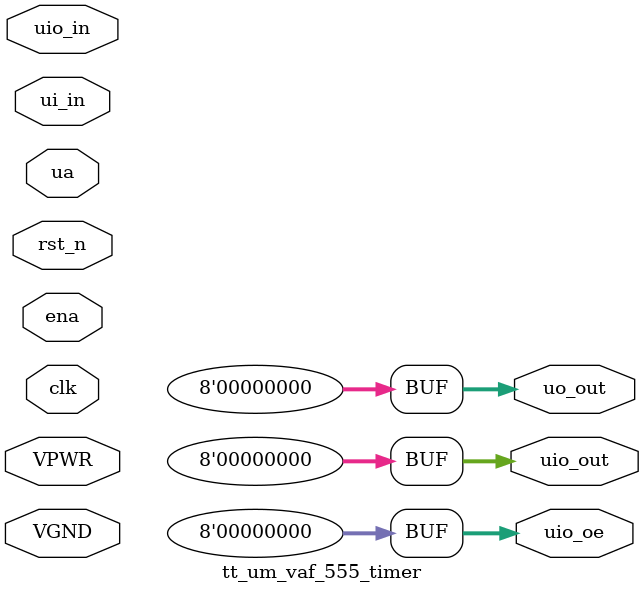
<source format=v>
module tt_um_vaf_555_timer(	// file.cleaned.mlir:2:3
  input        VGND,	// file.cleaned.mlir:2:37
               VPWR,	// file.cleaned.mlir:2:52
  input  [7:0] ui_in,	// file.cleaned.mlir:2:67
               uio_in,	// file.cleaned.mlir:2:83
  inout  [7:0] ua,	// file.cleaned.mlir:2:103
  input        ena,	// file.cleaned.mlir:2:116
               clk,	// file.cleaned.mlir:2:130
               rst_n,	// file.cleaned.mlir:2:144
  output [7:0] uo_out,	// file.cleaned.mlir:2:161
               uio_out,	// file.cleaned.mlir:2:178
               uio_oe	// file.cleaned.mlir:2:196
);

  assign uo_out = 8'h0;	// file.cleaned.mlir:3:14, :4:5
  assign uio_out = 8'h0;	// file.cleaned.mlir:3:14, :4:5
  assign uio_oe = 8'h0;	// file.cleaned.mlir:3:14, :4:5
endmodule


</source>
